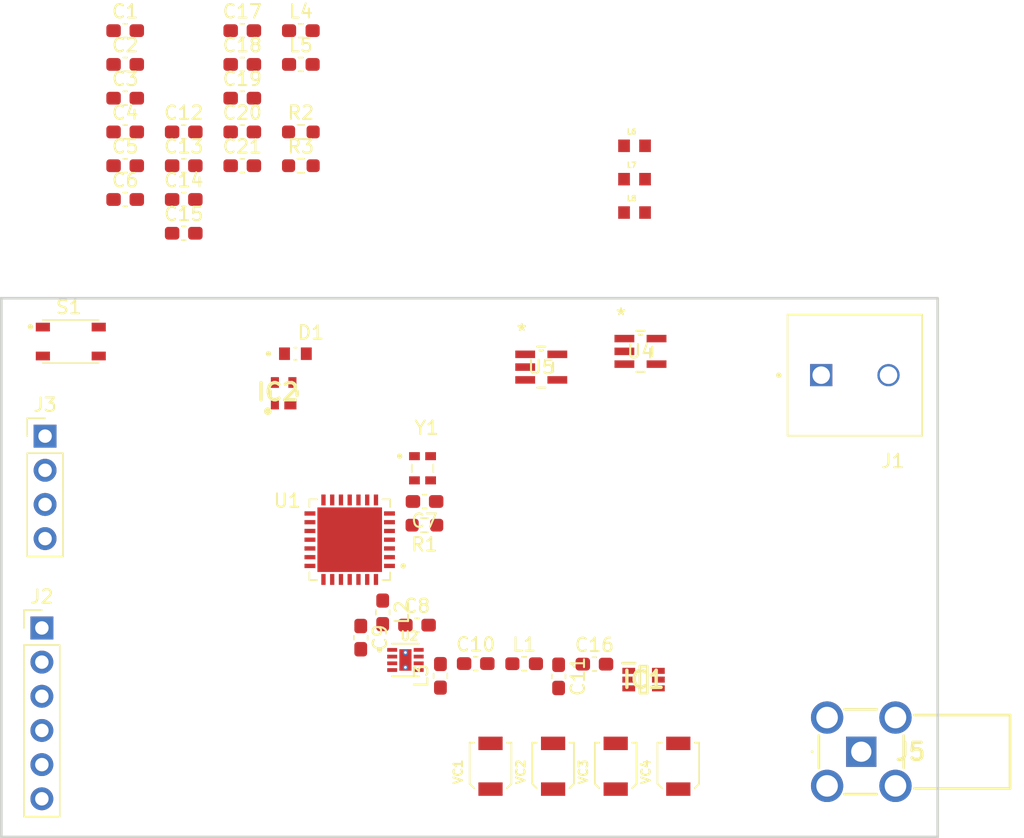
<source format=kicad_pcb>
(kicad_pcb (version 20221018) (generator pcbnew)
  (layers (0 "F.Cu" signal) (1 "In1.Cu" signal) (2 "In2.Cu" signal) (31 "B.Cu" signal) (36 "B.SilkS" user "B.Silkscreen") (37 "F.SilkS" user "F.Silkscreen") (38 "B.Mask" user) (39 "F.Mask" user) (44 "Edge.Cuts" user))
  (net 0 "")
  (net 1 "+3.3V")
  (net 2 "GND")
  (net 3 "Net-(U1-VR_PA)")
  (net 4 "Net-(U1-VR_DIG)")
  (net 5 "Net-(U1-VR_ANA)")
  (net 6 "Net-(Y1-OUTPUT)")
  (net 7 "Net-(C8-Pad1)")
  (net 8 "Net-(U2-IN)")
  (net 9 "Net-(U2-OUT)")
  (net 10 "Net-(C10-Pad2)")
  (net 11 "Power_Amp_Out")
  (net 12 "Filter_input")
  (net 13 "Net-(IC1-J1)")
  (net 14 "Net-(C15-Pad1)")
  (net 15 "Net-(IC2-OUT)")
  (net 16 "Net-(IC1-J3)")
  (net 17 "Net-(C17-Pad1)")
  (net 18 "Net-(IC2-IN)")
  (net 19 "LNA_OUTPUT")
  (net 20 "/DIO0")
  (net 21 "/DIO1")
  (net 22 "/DIO2")
  (net 23 "/DIO3")
  (net 24 "/DIO4")
  (net 25 "/DIO5")
  (net 26 "Net-(J3-Pin_1)")
  (net 27 "Net-(J3-Pin_2)")
  (net 28 "Net-(J3-Pin_3)")
  (net 29 "Net-(J3-Pin_4)")
  (net 30 "Power_Amp_In")
  (net 31 "LNA_INPUT")
  (net 32 "Net-(U1-XTA)")
  (net 33 "Net-(U1-~{RESET})")
  (net 34 "Net-(D1-PadC)")
  (net 37 "Antenna_State")
  (net 40 "Net-(IC1-V2)")
  (net 42 "Net-(IC1-V1)")
  (net 43 "Filter_output")
  (net 44 "Net-(L6-Pad2)")
  (net 45 "Net-(L7-Pad2)")
  (footprint "32 MHz Clock:XTAL_ASTX-13-D-32.000MHz-I05-T" (layer "F.Cu") (at 136.65 91.67)
    (fp_text reference "Y1" (at 0.305 -3.012) (layer "F.SilkS"))
    (fp_text value "ASTX-13-D-32.000MHz-I05-T")
    (fp_line (start -0.8 0.28) (end -0.8 -0.28) (stroke (width 0.127)) (layer "F.SilkS"))
    (fp_line (start 0.8 0.28) (end 0.8 -0.28) (stroke (width 0.127)) (layer "F.SilkS"))
    (fp_circle (center -1.7 -0.9) (end -1.6 -0.9) (stroke (width 0.2)) (fill none) (layer "F.SilkS"))
    (pad "1" smd rect (at -0.6 -0.9) (size 0.8 0.6) (layers "F.Cu" "F.Paste" "F.Mask") (net 2 "GND"))
    (pad "2" smd rect (at -0.6 0.9) (size 0.8 0.6) (layers "F.Cu" "F.Paste" "F.Mask") (net 2 "GND"))
    (pad "3" smd rect (at 0.6 0.9) (size 0.8 0.6) (layers "F.Cu" "F.Paste" "F.Mask") (net 6 "Net-(Y1-OUTPUT)"))
    (pad "4" smd rect (at 0.6 -0.9) (size 0.8 0.6) (layers "F.Cu" "F.Paste" "F.Mask") (net 1 "+3.3V"))
  )
  (footprint "varicaps:CAPV_JR100" (layer "F.Cu") (at 155.65 113.82 90)
    (fp_text reference "VC4" (at -0.418 -2.4064 90) (layer "F.SilkS") (effects (font (size 0.64 0.64))))
    (fp_text value "6.8 pF")
    (fp_line (start -1.632 -1.219) (end -1.3 -1.55) (stroke (width 0.127)) (layer "F.SilkS"))
    (fp_line (start -1.3 -1.55) (end 1.75 -1.55) (stroke (width 0.127)) (layer "F.SilkS"))
    (fp_line (start -1.3 1.55) (end -1.632 1.219) (stroke (width 0.127)) (layer "F.SilkS"))
    (fp_line (start 1.75 -1.22) (end 1.75 -1.55) (stroke (width 0.127)) (layer "F.SilkS"))
    (fp_line (start 1.75 1.55) (end -1.3 1.55) (stroke (width 0.127)) (layer "F.SilkS"))
    (fp_line (start 1.75 1.55) (end 1.75 1.22) (stroke (width 0.127)) (layer "F.SilkS"))
    (pad "1" smd rect (at -1.7 0 90) (size 1 1.8) (layers "F.Cu" "F.Paste" "F.Mask") (net 2 "GND"))
    (pad "2" smd rect (at 1.7 0 90) (size 1 1.8) (layers "F.Cu" "F.Paste" "F.Mask") (net 43 "Filter_output"))
  )
  (footprint "Resistor_SMD:R_0603_1608Metric_Pad0.98x0.95mm_HandSolder" (layer "F.Cu") (at 127.61 69.18)
    (fp_text reference "R3" (at 0 -1.43) (layer "F.SilkS"))
    (fp_text value "1k")
    (fp_line (start -0.254724 -0.5225) (end 0.254724 -0.5225) (stroke (width 0.12)) (layer "F.SilkS"))
    (fp_line (start -0.254724 0.5225) (end 0.254724 0.5225) (stroke (width 0.12)) (layer "F.SilkS"))
    (pad "1" smd roundrect (at -0.9125 0) (size 0.975 0.95) (layers "F.Cu" "F.Paste" "F.Mask") (net 2 "GND"))
    (pad "2" smd roundrect (at 0.9125 0) (size 0.975 0.95) (layers "F.Cu" "F.Paste" "F.Mask") (net 34 "Net-(D1-PadC)"))
  )
  (footprint "Inductor_SMD:L_0603_1608Metric_Pad1.05x0.95mm_HandSolder" (layer "F.Cu") (at 137.98 107.1 90)
    (fp_text reference "L3" (at 0 -1.43 90) (layer "F.SilkS"))
    (fp_text value "100 nH")
    (fp_line (start -0.171267 -0.51) (end 0.171267 -0.51) (stroke (width 0.12)) (layer "F.SilkS"))
    (fp_line (start -0.171267 0.51) (end 0.171267 0.51) (stroke (width 0.12)) (layer "F.SilkS"))
    (pad "1" smd roundrect (at -0.875 0 90) (size 1.05 0.95) (layers "F.Cu" "F.Paste" "F.Mask") (net 1 "+3.3V"))
    (pad "2" smd roundrect (at 0.875 0 90) (size 1.05 0.95) (layers "F.Cu" "F.Paste" "F.Mask") (net 9 "Net-(U2-OUT)"))
  )
  (footprint "Capacitor_SMD:C_0603_1608Metric_Pad1.08x0.95mm_HandSolder" (layer "F.Cu") (at 123.26 64.16)
    (fp_text reference "C19" (at 0 -1.43) (layer "F.SilkS"))
    (fp_text value "2 pF")
    (fp_line (start -0.146267 -0.51) (end 0.146267 -0.51) (stroke (width 0.12)) (layer "F.SilkS"))
    (fp_line (start -0.146267 0.51) (end 0.146267 0.51) (stroke (width 0.12)) (layer "F.SilkS"))
    (pad "1" smd roundrect (at -0.8625 0) (size 1.075 0.95) (layers "F.Cu" "F.Paste" "F.Mask") (net 14 "Net-(C15-Pad1)"))
    (pad "2" smd roundrect (at 0.8625 0) (size 1.075 0.95) (layers "F.Cu" "F.Paste" "F.Mask") (net 19 "LNA_OUTPUT"))
  )
  (footprint "skya21001:SOT65P220X110-6N" (layer "F.Cu") (at 153.07 107.38)
    (fp_text reference "IC1" (at 0 0) (layer "F.SilkS") (effects (font (size 1.27 1.27) (thickness 0.254))))
    (fp_text value "SKYA21001" hide)
    (fp_line (start -1.575 -1.225) (end -0.625 -1.225) (stroke (width 0.2)) (layer "F.SilkS"))
    (fp_line (start -0.275 -1) (end 0.275 -1) (stroke (width 0.2)) (layer "F.SilkS"))
    (fp_line (start -0.275 1) (end -0.275 -1) (stroke (width 0.2)) (layer "F.SilkS"))
    (fp_line (start 0.275 -1) (end 0.275 1) (stroke (width 0.2)) (layer "F.SilkS"))
    (fp_line (start 0.275 1) (end -0.275 1) (stroke (width 0.2)) (layer "F.SilkS"))
    (pad "1" smd rect (at -1.1 -0.65 90) (size 0.45 0.95) (layers "F.Cu" "F.Paste" "F.Mask") (net 16 "Net-(IC1-J3)"))
    (pad "2" smd rect (at -1.1 0 90) (size 0.45 0.95) (layers "F.Cu" "F.Paste" "F.Mask") (net 2 "GND"))
    (pad "3" smd rect (at -1.1 0.65 90) (size 0.45 0.95) (layers "F.Cu" "F.Paste" "F.Mask") (net 31 "LNA_INPUT"))
    (pad "4" smd rect (at 1.1 0.65 90) (size 0.45 0.95) (layers "F.Cu" "F.Paste" "F.Mask") (net 42 "Net-(IC1-V1)"))
    (pad "5" smd rect (at 1.1 0 90) (size 0.45 0.95) (layers "F.Cu" "F.Paste" "F.Mask") (net 13 "Net-(IC1-J1)"))
    (pad "6" smd rect (at 1.1 -0.65 90) (size 0.45 0.95) (layers "F.Cu" "F.Paste" "F.Mask") (net 40 "Net-(IC1-V2)"))
  )
  (footprint "0603 Footprint:RESC1608X55N" (layer "F.Cu") (at 152.4 70.18)
    (fp_text reference "L7" (at -0.21 -1.05) (layer "F.SilkS") (effects (font (size 0.393701 0.393701))))
    (fp_text value "22.7 nH")
    (pad "1" smd rect (at -0.78 0) (size 0.87 0.93) (layers "F.Cu" "F.Paste" "F.Mask") (net 44 "Net-(L6-Pad2)"))
    (pad "2" smd rect (at 0.78 0) (size 0.87 0.93) (layers "F.Cu" "F.Paste" "F.Mask") (net 45 "Net-(L7-Pad2)"))
  )
  (footprint "Capacitor_SMD:C_0603_1608Metric_Pad1.08x0.95mm_HandSolder" (layer "F.Cu") (at 123.26 61.65)
    (fp_text reference "C18" (at 0 -1.43) (layer "F.SilkS"))
    (fp_text value "100 pF")
    (fp_line (start -0.146267 -0.51) (end 0.146267 -0.51) (stroke (width 0.12)) (layer "F.SilkS"))
    (fp_line (start -0.146267 0.51) (end 0.146267 0.51) (stroke (width 0.12)) (layer "F.SilkS"))
    (pad "1" smd roundrect (at -0.8625 0) (size 1.075 0.95) (layers "F.Cu" "F.Paste" "F.Mask") (net 18 "Net-(IC2-IN)"))
    (pad "2" smd roundrect (at 0.8625 0) (size 1.075 0.95) (layers "F.Cu" "F.Paste" "F.Mask") (net 17 "Net-(C17-Pad1)"))
  )
  (footprint "Capacitor_SMD:C_0603_1608Metric_Pad1.08x0.95mm_HandSolder" (layer "F.Cu") (at 132.06 104.26 -90)
    (fp_text reference "C9" (at 0 -1.43 90) (layer "F.SilkS"))
    (fp_text value "1 nF")
    (fp_line (start -0.146267 -0.51) (end 0.146267 -0.51) (stroke (width 0.12)) (layer "F.SilkS"))
    (fp_line (start -0.146267 0.51) (end 0.146267 0.51) (stroke (width 0.12)) (layer "F.SilkS"))
    (pad "1" smd roundrect (at -0.8625 0 270) (size 1.075 0.95) (layers "F.Cu" "F.Paste" "F.Mask") (net 7 "Net-(C8-Pad1)"))
    (pad "2" smd roundrect (at 0.8625 0 270) (size 1.075 0.95) (layers "F.Cu" "F.Paste" "F.Mask") (net 8 "Net-(U2-IN)"))
  )
  (footprint "0603 Footprint:RESC1608X55N" (layer "F.Cu") (at 152.4 72.66)
    (fp_text reference "L8" (at -0.21 -1.05) (layer "F.SilkS") (effects (font (size 0.393701 0.393701))))
    (fp_text value "20.5 nH")
    (pad "1" smd rect (at -0.78 0) (size 0.87 0.93) (layers "F.Cu" "F.Paste" "F.Mask") (net 45 "Net-(L7-Pad2)"))
    (pad "2" smd rect (at 0.78 0) (size 0.87 0.93) (layers "F.Cu" "F.Paste" "F.Mask") (net 43 "Filter_output"))
  )
  (footprint "Capacitor_SMD:C_0603_1608Metric_Pad1.08x0.95mm_HandSolder" (layer "F.Cu") (at 114.56 64.16)
    (fp_text reference "C3" (at 0 -1.43) (layer "F.SilkS"))
    (fp_text value "4.7 uF")
    (fp_line (start -0.146267 -0.51) (end 0.146267 -0.51) (stroke (width 0.12)) (layer "F.SilkS"))
    (fp_line (start -0.146267 0.51) (end 0.146267 0.51) (stroke (width 0.12)) (layer "F.SilkS"))
    (pad "1" smd roundrect (at -0.8625 0) (size 1.075 0.95) (layers "F.Cu" "F.Paste" "F.Mask") (net 1 "+3.3V"))
    (pad "2" smd roundrect (at 0.8625 0) (size 1.075 0.95) (layers "F.Cu" "F.Paste" "F.Mask") (net 2 "GND"))
  )
  (footprint "TI Power AMp:SON50P200X200X80-9N" (layer "F.Cu") (at 135.38 105.92)
    (fp_text reference "U2" (at 0.292 -1.7934) (layer "F.SilkS") (effects (font (size 0.64 0.64))))
    (fp_text value "TRF37D73IDSGT")
    (fp_line (start -1 -1.21) (end 1 -1.21) (stroke (width 0.127)) (layer "F.SilkS"))
    (fp_line (start -1 1.21) (end 1 1.21) (stroke (width 0.127)) (layer "F.SilkS"))
    (fp_circle (center -1.925 -0.75) (end -1.825 -0.75) (stroke (width 0.2)) (fill none) (layer "F.SilkS"))
    (pad "1" smd roundrect (at -0.985 -0.75) (size 0.74 0.28) (layers "F.Cu" "F.Paste" "F.Mask") (roundrect_rratio 0.04) (net 1 "+3.3V"))
    (pad "2" smd roundrect (at -0.985 -0.25) (size 0.74 0.28) (layers "F.Cu" "F.Paste" "F.Mask") (roundrect_rratio 0.04) (net 8 "Net-(U2-IN)"))
    (pad "3" smd roundrect (at -0.985 0.25) (size 0.74 0.28) (layers "F.Cu" "F.Paste" "F.Mask") (roundrect_rratio 0.04) (net 2 "GND"))
    (pad "4" smd roundrect (at -0.985 0.75) (size 0.74 0.28) (layers "F.Cu" "F.Paste" "F.Mask") (roundrect_rratio 0.04) (net 2 "GND"))
    (pad "5" smd roundrect (at 0.985 0.75) (size 0.74 0.28) (layers "F.Cu" "F.Paste" "F.Mask") (roundrect_rratio 0.04))
    (pad "6" smd roundrect (at 0.985 0.25) (size 0.74 0.28) (layers "F.Cu" "F.Paste" "F.Mask") (roundrect_rratio 0.04) (net 2 "GND"))
    (pad "7" smd roundrect (at 0.985 -0.25) (size 0.74 0.28) (layers "F.Cu" "F.Paste" "F.Mask") (roundrect_rratio 0.04) (net 9 "Net-(U2-OUT)"))
    (pad "8" smd roundrect (at 0.985 -0.75) (size 0.74 0.28) (layers "F.Cu" "F.Paste" "F.Mask") (roundrect_rratio 0.04) (net 2 "GND"))
    (pad "9" smd rect (at 0 0) (size 0.9 1.6) (layers "F.Cu" "F.Mask"))
    (pad "9_1" thru_hole circle (at 0 -0.55) (size 0.4 0.4) (drill 0.2) (layers "*.Cu"))
    (pad "9_2" thru_hole circle (at 0 0.55) (size 0.4 0.4) (drill 0.2) (layers "*.Cu"))
  )
  (footprint "Inverter:DBV5" (layer "F.Cu") (at 145.47 84.15)
    (fp_text reference "U5" (at 0 0 unlocked) (layer "F.SilkS"))
    (fp_text value "SN74AHC1G14DBVR")
    (fp_text user "*" (at -1.4478 -2.6518) (layer "F.SilkS"))
    (fp_text user "*" (at -1.4478 -2.6518 unlocked) (layer "F.SilkS"))
    (fp_line (start -0.302516 1.524) (end 0.302516 1.524) (stroke (width 0.1524)) (layer "F.SilkS"))
    (fp_line (start 0.302516 -1.524) (end -0.302516 -1.524) (stroke (width 0.1524)) (layer "F.SilkS"))
    (fp_line (start 0.8763 0.337861) (end 0.8763 -0.337861) (stroke (width 0.1524)) (layer "F.SilkS"))
    (fp_arc (start 0.124872 -1.245953) (mid 0 -1.2192) (end -0.124872 -1.245953) (stroke (width 0.1524)) (layer "F.SilkS"))
    (pad "1" smd rect (at -1.1938 -0.950001) (size 1.4732 0.5588) (layers "F.Cu" "F.Paste" "F.Mask"))
    (pad "2" smd rect (at -1.1938 0) (size 1.4732 0.5588) (layers "F.Cu" "F.Paste" "F.Mask") (net 40 "Net-(IC1-V2)"))
    (pad "3" smd rect (at -1.1938 0.950001) (size 1.4732 0.5588) (layers "F.Cu" "F.Paste" "F.Mask") (net 2 "GND"))
    (pad "4" smd rect (at 1.1938 0.950001) (size 1.4732 0.5588) (layers "F.Cu" "F.Paste" "F.Mask") (net 42 "Net-(IC1-V1)"))
    (pad "5" smd rect (at 1.1938 -0.950001) (size 1.4732 0.5588) (layers "F.Cu" "F.Paste" "F.Mask") (net 1 "+3.3V"))
  )
  (footprint "Capacitor_SMD:C_0603_1608Metric_Pad1.08x0.95mm_HandSolder" (layer "F.Cu") (at 114.56 61.65)
    (fp_text reference "C2" (at 0 -1.43) (layer "F.SilkS"))
    (fp_text value "100 nF")
    (fp_line (start -0.146267 -0.51) (end 0.146267 -0.51) (stroke (width 0.12)) (layer "F.SilkS"))
    (fp_line (start -0.146267 0.51) (end 0.146267 0.51) (stroke (width 0.12)) (layer "F.SilkS"))
    (pad "1" smd roundrect (at -0.8625 0) (size 1.075 0.95) (layers "F.Cu" "F.Paste" "F.Mask") (net 1 "+3.3V"))
    (pad "2" smd roundrect (at 0.8625 0) (size 1.075 0.95) (layers "F.Cu" "F.Paste" "F.Mask") (net 2 "GND"))
  )
  (footprint "Capacitor_SMD:C_0603_1608Metric_Pad1.08x0.95mm_HandSolder" (layer "F.Cu") (at 136.8 94.14 180)
    (fp_text reference "C7" (at 0 -1.43) (layer "F.SilkS"))
    (fp_text value "10 pF")
    (fp_line (start -0.146267 -0.51) (end 0.146267 -0.51) (stroke (width 0.12)) (layer "F.SilkS"))
    (fp_line (start -0.146267 0.51) (end 0.146267 0.51) (stroke (width 0.12)) (layer "F.SilkS"))
    (pad "1" smd roundrect (at -0.8625 0 180) (size 1.075 0.95) (layers "F.Cu" "F.Paste" "F.Mask") (net 6 "Net-(Y1-OUTPUT)"))
    (pad "2" smd roundrect (at 0.8625 0 180) (size 1.075 0.95) (layers "F.Cu" "F.Paste" "F.Mask") (net 2 "GND"))
  )
  (footprint "Inductor_SMD:L_0603_1608Metric_Pad1.05x0.95mm_HandSolder" (layer "F.Cu") (at 127.61 61.65)
    (fp_text reference "L5" (at 0 -1.43) (layer "F.SilkS"))
    (fp_text value "25 nH")
    (fp_line (start -0.171267 -0.51) (end 0.171267 -0.51) (stroke (width 0.12)) (layer "F.SilkS"))
    (fp_line (start -0.171267 0.51) (end 0.171267 0.51) (stroke (width 0.12)) (layer "F.SilkS"))
    (pad "1" smd roundrect (at -0.875 0) (size 1.05 0.95) (layers "F.Cu" "F.Paste" "F.Mask") (net 2 "GND"))
    (pad "2" smd roundrect (at 0.875 0) (size 1.05 0.95) (layers "F.Cu" "F.Paste" "F.Mask") (net 14 "Net-(C15-Pad1)"))
  )
  (footprint "Connector_PinHeader_2.54mm:PinHeader_1x06_P2.54mm_Vertical" (layer "F.Cu") (at 108.37 103.54)
    (fp_text reference "J2" (at 0 -2.33) (layer "F.SilkS"))
    (fp_text value "Conn_01x06_Pin")
    (fp_line (start -1.33 -1.33) (end 0 -1.33) (stroke (width 0.12)) (layer "F.SilkS"))
    (fp_line (start -1.33 0) (end -1.33 -1.33) (stroke (width 0.12)) (layer "F.SilkS"))
    (fp_line (start -1.33 1.27) (end -1.33 14.03) (stroke (width 0.12)) (layer "F.SilkS"))
    (fp_line (start -1.33 1.27) (end 1.33 1.27) (stroke (width 0.12)) (layer "F.SilkS"))
    (fp_line (start -1.33 14.03) (end 1.33 14.03) (stroke (width 0.12)) (layer "F.SilkS"))
    (fp_line (start 1.33 1.27) (end 1.33 14.03) (stroke (width 0.12)) (layer "F.SilkS"))
    (pad "1" thru_hole rect (at 0 0) (size 1.7 1.7) (drill 1) (layers "*.Cu" "*.Mask") (net 20 "/DIO0"))
    (pad "2" thru_hole oval (at 0 2.54) (size 1.7 1.7) (drill 1) (layers "*.Cu" "*.Mask") (net 21 "/DIO1"))
    (pad "3" thru_hole oval (at 0 5.08) (size 1.7 1.7) (drill 1) (layers "*.Cu" "*.Mask") (net 22 "/DIO2"))
    (pad "4" thru_hole oval (at 0 7.62) (size 1.7 1.7) (drill 1) (layers "*.Cu" "*.Mask") (net 23 "/DIO3"))
    (pad "5" thru_hole oval (at 0 10.16) (size 1.7 1.7) (drill 1) (layers "*.Cu" "*.Mask") (net 24 "/DIO4"))
    (pad "6" thru_hole oval (at 0 12.7) (size 1.7 1.7) (drill 1) (layers "*.Cu" "*.Mask") (net 25 "/DIO5"))
  )
  (footprint "Tactile Switch:PTS810SJG250SMTRLFS" (layer "F.Cu") (at 110.52 82.25)
    (fp_text reference "S1" (at -0.15 -2.56) (layer "F.SilkS"))
    (fp_text value "PTS810SJK250SMTRLFS")
    (fp_line (start -2.1 -1.6) (end 2.075 -1.6) (stroke (width 0.1)) (layer "F.SilkS"))
    (fp_line (start -2.1 1.6) (end 2.075 1.6) (stroke (width 0.1)) (layer "F.SilkS"))
    (fp_arc (start -3 -1.2) (mid -2.9 -1.1) (end -3 -1) (stroke (width 0.2)) (layer "F.SilkS"))
    (fp_arc (start -3 -1) (mid -3.1 -1.1) (end -3 -1.2) (stroke (width 0.2)) (layer "F.SilkS"))
    (pad "1" smd rect (at -2.075 -1.075) (size 1.05 0.65) (layers "F.Cu" "F.Paste" "F.Mask") (net 33 "Net-(U1-~{RESET})"))
    (pad "2" smd rect (at 2.075 -1.075) (size 1.05 0.65) (layers "F.Cu" "F.Paste" "F.Mask") (net 33 "Net-(U1-~{RESET})"))
    (pad "3" smd rect (at -2.075 1.075) (size 1.05 0.65) (layers "F.Cu" "F.Paste" "F.Mask") (net 2 "GND"))
    (pad "4" smd rect (at 2.075 1.075) (size 1.05 0.65) (layers "F.Cu" "F.Paste" "F.Mask") (net 2 "GND"))
  )
  (footprint "Resistor_SMD:R_0603_1608Metric_Pad0.98x0.95mm_HandSolder" (layer "F.Cu") (at 136.79 95.9 180)
    (fp_text reference "R1" (at 0 -1.43) (layer "F.SilkS"))
    (fp_text value "9.9k")
    (fp_line (start -0.254724 -0.5225) (end 0.254724 -0.5225) (stroke (width 0.12)) (layer "F.SilkS"))
    (fp_line (start -0.254724 0.5225) (end 0.254724 0.5225) (stroke (width 0.12)) (layer "F.SilkS"))
    (pad "1" smd roundrect (at -0.9125 0 180) (size 0.975 0.95) (layers "F.Cu" "F.Paste" "F.Mask") (net 6 "Net-(Y1-OUTPUT)"))
    (pad "2" smd roundrect (at 0.9125 0 180) (size 0.975 0.95) (layers "F.Cu" "F.Paste" "F.Mask") (net 32 "Net-(U1-XTA)"))
  )
  (footprint "Capacitor_SMD:C_0603_1608Metric_Pad1.08x0.95mm_HandSolder" (layer "F.Cu") (at 114.56 69.18)
    (fp_text reference "C5" (at 0 -1.43) (layer "F.SilkS"))
    (fp_text value "100 nF")
    (fp_line (start -0.146267 -0.51) (end 0.146267 -0.51) (stroke (width 0.12)) (layer "F.SilkS"))
    (fp_line (start -0.146267 0.51) (end 0.146267 0.51) (stroke (width 0.12)) (layer "F.SilkS"))
    (pad "1" smd roundrect (at -0.8625 0) (size 1.075 0.95) (layers "F.Cu" "F.Paste" "F.Mask") (net 4 "Net-(U1-VR_DIG)"))
    (pad "2" smd roundrect (at 0.8625 0) (size 1.075 0.95) (layers "F.Cu" "F.Paste" "F.Mask") (net 2 "GND"))
  )
  (footprint "terminal block:PHOENIX_1935776" (layer "F.Cu") (at 168.7675 84.75 180)
    (fp_text reference "J1" (at -2.825 -6.385) (layer "F.SilkS"))
    (fp_text value "1935776")
    (fp_line (start -5 4.5) (end -5 -4.5) (stroke (width 0.127)) (layer "F.SilkS"))
    (fp_line (start 5 -4.5) (end -5 -4.5) (stroke (width 0.127)) (layer "F.SilkS"))
    (fp_line (start 5 -4.5) (end 5 4.5) (stroke (width 0.127)) (layer "F.SilkS"))
    (fp_line (start 5 4.5) (end -5 4.5) (stroke (width 0.127)) (layer "F.SilkS"))
    (fp_circle (center 5.65 0) (end 5.75 0) (stroke (width 0.2)) (fill none) (layer "F.SilkS"))
    (pad "01" thru_hole rect (at 2.5 0 180) (size 1.65 1.65) (drill 1.3) (layers "*.Cu" "*.Mask") (net 1 "+3.3V"))
    (pad "02" thru_hole circle (at -2.5 0 180) (size 1.65 1.65) (drill 1.3) (layers "*.Cu" "*.Mask") (net 2 "GND"))
  )
  (footprint "Capacitor_SMD:C_0603_1608Metric_Pad1.08x0.95mm_HandSolder" (layer "F.Cu") (at 118.91 71.69)
    (fp_text reference "C14" (at 0 -1.43) (layer "F.SilkS"))
    (fp_text value "100 pF")
    (fp_line (start -0.146267 -0.51) (end 0.146267 -0.51) (stroke (width 0.12)) (layer "F.SilkS"))
    (fp_line (start -0.146267 0.51) (end 0.146267 0.51) (stroke (width 0.12)) (layer "F.SilkS"))
    (pad "1" smd roundrect (at -0.8625 0) (size 1.075 0.95) (layers "F.Cu" "F.Paste" "F.Mask") (net 12 "Filter_input"))
    (pad "2" smd roundrect (at 0.8625 0) (size 1.075 0.95) (layers "F.Cu" "F.Paste" "F.Mask") (net 13 "Net-(IC1-J1)"))
  )
  (footprint "Capacitor_SMD:C_0603_1608Metric_Pad1.08x0.95mm_HandSolder" (layer "F.Cu") (at 123.26 69.18)
    (fp_text reference "C21" (at 0 -1.43) (layer "F.SilkS"))
    (fp_text value "100 pF")
    (fp_line (start -0.146267 -0.51) (end 0.146267 -0.51) (stroke (width 0.12)) (layer "F.SilkS"))
    (fp_line (start -0.146267 0.51) (end 0.146267 0.51) (stroke (width 0.12)) (layer "F.SilkS"))
    (pad "1" smd roundrect (at -0.8625 0) (size 1.075 0.95) (layers "F.Cu" "F.Paste" "F.Mask") (net 1 "+3.3V"))
    (pad "2" smd roundrect (at 0.8625 0) (size 1.075 0.95) (layers "F.Cu" "F.Paste" "F.Mask") (net 2 "GND"))
  )
  (footprint "0603 LED:LEDC1608X35N" (layer "F.Cu") (at 127.205 83.155)
    (fp_text reference "D1" (at 1.14732 -1.573661) (layer "F.SilkS") (effects (font (size 1.002882 1.002882))))
    (fp_text value "LTST-C190KRKT")
    (fp_line (start -0.085 -0.45) (end 0.085 -0.45) (stroke (width 0.127)) (layer "F.SilkS"))
    (fp_line (start 0.085 0.45) (end -0.085 0.45) (stroke (width 0.127)) (layer "F.SilkS"))
    (fp_circle (center -2 0) (end -1.9 0) (stroke (width 0.2)) (fill none) (layer "F.SilkS"))
    (pad "A" smd rect (at 0.81 0) (size 0.81 0.93) (layers "F.Cu" "F.Paste" "F.Mask") (net 1 "+3.3V"))
    (pad "C" smd rect (at -0.81 0) (size 0.81 0.93) (layers "F.Cu" "F.Paste" "F.Mask") (net 34 "Net-(D1-PadC)"))
  )
  (footprint "Capacitor_SMD:C_0603_1608Metric_Pad1.08x0.95mm_HandSolder" (layer "F.Cu") (at 149.42 106.23)
    (fp_text reference "C16" (at 0 -1.43) (layer "F.SilkS"))
    (fp_text value "100 pF")
    (fp_line (start -0.146267 -0.51) (end 0.146267 -0.51) (stroke (width 0.12)) (layer "F.SilkS"))
    (fp_line (start -0.146267 0.51) (end 0.146267 0.51) (stroke (width 0.12)) (layer "F.SilkS"))
    (pad "1" smd roundrect (at -0.8625 0) (size 1.075 0.95) (layers "F.Cu" "F.Paste" "F.Mask") (net 11 "Power_Amp_Out"))
    (pad "2" smd roundrect (at 0.8625 0) (size 1.075 0.95) (layers "F.Cu" "F.Paste" "F.Mask") (net 16 "Net-(IC1-J3)"))
  )
  (footprint "varicaps:CAPV_JR100" (layer "F.Cu") (at 141.7 113.82 90)
    (fp_text reference "VC1" (at -0.418 -2.4064 90) (layer "F.SilkS") (effects (font (size 0.64 0.64))))
    (fp_text value "6.8 pF")
    (fp_line (start -1.632 -1.219) (end -1.3 -1.55) (stroke (width 0.127)) (layer "F.SilkS"))
    (fp_line (start -1.3 -1.55) (end 1.75 -1.55) (stroke (width 0.127)) (layer "F.SilkS"))
    (fp_line (start -1.3 1.55) (end -1.632 1.219) (stroke (width 0.127)) (layer "F.SilkS"))
    (fp_line (start 1.75 -1.22) (end 1.75 -1.55) (stroke (width 0.127)) (layer "F.SilkS"))
    (fp_line (start 1.75 1.55) (end -1.3 1.55) (stroke (width 0.127)) (layer "F.SilkS"))
    (fp_line (start 1.75 1.55) (end 1.75 1.22) (stroke (width 0.127)) (layer "F.SilkS"))
    (pad "1" smd rect (at -1.7 0 90) (size 1 1.8) (layers "F.Cu" "F.Paste" "F.Mask") (net 2 "GND"))
    (pad "2" smd rect (at 1.7 0 90) (size 1 1.8) (layers "F.Cu" "F.Paste" "F.Mask") (net 12 "Filter_input"))
  )
  (footprint "varicaps:CAPV_JR100" (layer "F.Cu") (at 151 113.82 90)
    (fp_text reference "VC3" (at -0.418 -2.4064 90) (layer "F.SilkS") (effects (font (size 0.64 0.64))))
    (fp_text value "12.1 pF")
    (fp_line (start -1.632 -1.219) (end -1.3 -1.55) (stroke (width 0.127)) (layer "F.SilkS"))
    (fp_line (start -1.3 -1.55) (end 1.75 -1.55) (stroke (width 0.127)) (layer "F.SilkS"))
    (fp_line (start -1.3 1.55) (end -1.632 1.219) (stroke (width 0.127)) (layer "F.SilkS"))
    (fp_line (start 1.75 -1.22) (end 1.75 -1.55) (stroke (width 0.127)) (layer "F.SilkS"))
    (fp_line (start 1.75 1.55) (end -1.3 1.55) (stroke (width 0.127)) (layer "F.SilkS"))
    (fp_line (start 1.75 1.55) (end 1.75 1.22) (stroke (width 0.127)) (layer "F.SilkS"))
    (pad "1" smd rect (at -1.7 0 90) (size 1 1.8) (layers "F.Cu" "F.Paste" "F.Mask") (net 2 "GND"))
    (pad "2" smd rect (at 1.7 0 90) (size 1 1.8) (layers "F.Cu" "F.Paste" "F.Mask") (net 45 "Net-(L7-Pad2)"))
  )
  (footprint "Capacitor_SMD:C_0603_1608Metric_Pad1.08x0.95mm_HandSolder" (layer "F.Cu") (at 114.56 66.67)
    (fp_text reference "C4" (at 0 -1.43) (layer "F.SilkS"))
    (fp_text value "100 nF")
    (fp_line (start -0.146267 -0.51) (end 0.146267 -0.51) (stroke (width 0.12)) (layer "F.SilkS"))
    (fp_line (start -0.146267 0.51) (end 0.146267 0.51) (stroke (width 0.12)) (layer "F.SilkS"))
    (pad "1" smd roundrect (at -0.8625 0) (size 1.075 0.95) (layers "F.Cu" "F.Paste" "F.Mask") (net 3 "Net-(U1-VR_PA)"))
    (pad "2" smd roundrect (at 0.8625 0) (size 1.075 0.95) (layers "F.Cu" "F.Paste" "F.Mask") (net 2 "GND"))
  )
  (footprint "Resistor_SMD:R_0603_1608Metric_Pad0.98x0.95mm_HandSolder" (layer "F.Cu") (at 127.61 66.67)
    (fp_text reference "R2" (at 0 -1.43) (layer "F.SilkS"))
    (fp_text value "4.7k")
    (fp_line (start -0.254724 -0.5225) (end 0.254724 -0.5225) (stroke (width 0.12)) (layer "F.SilkS"))
    (fp_line (start -0.254724 0.5225) (end 0.254724 0.5225) (stroke (width 0.12)) (layer "F.SilkS"))
    (pad "1" smd roundrect (at -0.9125 0) (size 0.975 0.95) (layers "F.Cu" "F.Paste" "F.Mask") (net 1 "+3.3V"))
    (pad "2" smd roundrect (at 0.9125 0) (size 0.975 0.95) (layers "F.Cu" "F.Paste" "F.Mask") (net 33 "Net-(U1-~{RESET})"))
  )
  (footprint "varicaps:CAPV_JR100" (layer "F.Cu") (at 146.35 113.82 90)
    (fp_text reference "VC2" (at -0.418 -2.4064 90) (layer "F.SilkS") (effects (font (size 0.64 0.64))))
    (fp_text value "12.1 pF")
    (fp_line (start -1.632 -1.219) (end -1.3 -1.55) (stroke (width 0.127)) (layer "F.SilkS"))
    (fp_line (start -1.3 -1.55) (end 1.75 -1.55) (stroke (width 0.127)) (layer "F.SilkS"))
    (fp_line (start -1.3 1.55) (end -1.632 1.219) (stroke (width 0.127)) (layer "F.SilkS"))
    (fp_line (start 1.75 -1.22) (end 1.75 -1.55) (stroke (width 0.127)) (layer "F.SilkS"))
    (fp_line (start 1.75 1.55) (end -1.3 1.55) (stroke (width 0.127)) (layer "F.SilkS"))
    (fp_line (start 1.75 1.55) (end 1.75 1.22) (stroke (width 0.127)) (layer "F.SilkS"))
    (pad "1" smd rect (at -1.7 0 90) (size 1 1.8) (layers "F.Cu" "F.Paste" "F.Mask") (net 2 "GND"))
    (pad "2" smd rect (at 1.7 0 90) (size 1 1.8) (layers "F.Cu" "F.Paste" "F.Mask") (net 44 "Net-(L6-Pad2)"))
  )
  (footprint "bga420:SOT343" (layer "F.Cu") (at 126.33208 86.095)
    (fp_text reference "IC2" (at -0.442 -0.094) (layer "F.SilkS") (effects (font (size 1.27 1.27) (thickness 0.254))))
    (fp_text value "BGA420H6327XTSA1" hide)
    (fp_line (start -1 -0.15) (end -1 0.15) (stroke (width 0.254)) (layer "F.SilkS"))
    (fp_line (start 1 -0.15) (end 1 0.15) (stroke (width 0.254)) (layer "F.SilkS"))
    (fp_circle (center -1.17 1.333) (end -1.17 1.36308) (stroke (width 0.254)) (fill none) (layer "F.SilkS"))
    (pad "1" smd rect (at -0.65 0.8) (size 0.6 0.8) (layers "F.Cu" "F.Paste" "F.Mask") (net 18 "Net-(IC2-IN)"))
    (pad "2" smd rect (at 0.5 0.8 90) (size 0.8 0.9) (layers "F.Cu" "F.Paste" "F.Mask") (net 2 "GND"))
    (pad "3" smd rect (at 0.65 -0.8) (size 0.6 0.8) (layers "F.Cu" "F.Paste" "F.Mask") (net 15 "Net-(IC2-OUT)"))
    (pad "4" smd rect (at -0.65 -0.8) (size 0.6 0.8) (layers "F.Cu" "F.Paste" "F.Mask") (net 1 "+3.3V"))
  )
  (footprint "Capacitor_SMD:C_0603_1608Metric_Pad1.08x0.95mm_HandSolder" (layer "F.Cu") (at 136.24 103.33)
    (fp_text reference "C8" (at 0 -1.43) (layer "F.SilkS"))
    (fp_text value "860 fF")
    (fp_line (start -0.146267 -0.51) (end 0.146267 -0.51) (stroke (width 0.12)) (layer "F.SilkS"))
    (fp_line (start -0.146267 0.51) (end 0.146267 0.51) (stroke (width 0.12)) (layer "F.SilkS"))
    (pad "1" smd roundrect (at -0.8625 0) (size 1.075 0.95) (layers "F.Cu" "F.Paste" "F.Mask") (net 7 "Net-(C8-Pad1)"))
    (pad "2" smd roundrect (at 0.8625 0) (size 1.075 0.95) (layers "F.Cu" "F.Paste" "F.Mask") (net 2 "GND"))
  )
  (footprint "Capacitor_SMD:C_0603_1608Metric_Pad1.08x0.95mm_HandSolder" (layer "F.Cu") (at 123.26 59.14)
    (fp_text reference "C17" (at 0 -1.43) (layer "F.SilkS"))
    (fp_text value "2 pF")
    (fp_line (start -0.146267 -0.51) (end 0.146267 -0.51) (stroke (width 0.12)) (layer "F.SilkS"))
    (fp_line (start -0.146267 0.51) (end 0.146267 0.51) (stroke (width 0.12)) (layer "F.SilkS"))
    (pad "1" smd roundrect (at -0.8625 0) (size 1.075 0.95) (layers "F.Cu" "F.Paste" "F.Mask") (net 17 "Net-(C17-Pad1)"))
    (pad "2" smd roundrect (at 0.8625 0) (size 1.075 0.95) (layers "F.Cu" "F.Paste" "F.Mask") (net 2 "GND"))
  )
  (footprint "Connector_PinHeader_2.54mm:PinHeader_1x04_P2.54mm_Vertical" (layer "F.Cu") (at 108.61 89.28)
    (fp_text reference "J3" (at 0 -2.33) (layer "F.SilkS"))
    (fp_text value "Conn_01x04_Pin")
    (fp_line (start -1.33 -1.33) (end 0 -1.33) (stroke (width 0.12)) (layer "F.SilkS"))
    (fp_line (start -1.33 0) (end -1.33 -1.33) (stroke (width 0.12)) (layer "F.SilkS"))
    (fp_line (start -1.33 1.27) (end -1.33 8.95) (stroke (width 0.12)) (layer "F.SilkS"))
    (fp_line (start -1.33 1.27) (end 1.33 1.27) (stroke (width 0.12)) (layer "F.SilkS"))
    (fp_line (start -1.33 8.95) (end 1.33 8.95) (stroke (width 0.12)) (layer "F.SilkS"))
    (fp_line (start 1.33 1.27) (end 1.33 8.95) (stroke (width 0.12)) (layer "F.SilkS"))
    (pad "1" thru_hole rect (at 0 0) (size 1.7 1.7) (drill 1) (layers "*.Cu" "*.Mask") (net 26 "Net-(J3-Pin_1)"))
    (pad "2" thru_hole oval (at 0 2.54) (size 1.7 1.7) (drill 1) (layers "*.Cu" "*.Mask") (net 27 "Net-(J3-Pin_2)"))
    (pad "3" thru_hole oval (at 0 5.08) (size 1.7 1.7) (drill 1) (layers "*.Cu" "*.Mask") (net 28 "Net-(J3-Pin_3)"))
    (pad "4" thru_hole oval (at 0 7.62) (size 1.7 1.7) (drill 1) (layers "*.Cu" "*.Mask") (net 29 "Net-(J3-Pin_4)"))
  )
  (footprint "Inverter:DBV5" (layer "F.Cu") (at 152.84 82.98)
    (fp_text reference "U4" (at 0 0 unlocked) (layer "F.SilkS"))
    (fp_text value "SN74AHC1G14DBVR")
    (fp_text user "*" (at -1.4478 -2.6518 unlocked) (layer "F.SilkS"))
    (fp_text user "*" (at -1.4478 -2.6518) (layer "F.SilkS"))
    (fp_line (start -0.302516 1.524) (end 0.302516 1.524) (stroke (width 0.1524)) (layer "F.SilkS"))
    (fp_line (start 0.302516 -1.524) (end -0.302516 -1.524) (stroke (width 0.1524)) (layer "F.SilkS"))
    (fp_line (start 0.8763 0.337861) (end 0.8763 -0.337861) (stroke (width 0.1524)) (layer "F.SilkS"))
    (fp_arc (start 0.124872 -1.245953) (mid 0 -1.2192) (end -0.124872 -1.245953) (stroke (width 0.1524)) (layer "F.SilkS"))
    (pad "1" smd rect (at -1.1938 -0.950001) (size 1.4732 0.5588) (layers "F.Cu" "F.Paste" "F.Mask"))
    (pad "2" smd rect (at -1.1938 0) (size 1.4732 0.5588) (layers "F.Cu" "F.Paste" "F.Mask") (net 37 "Antenna_State"))
    (pad "3" smd rect (at -1.1938 0.950001) (size 1.4732 0.5588) (layers "F.Cu" "F.Paste" "F.Mask") (net 2 "GND"))
    (pad "4" smd rect (at 1.1938 0.950001) (size 1.4732 0.5588) (layers "F.Cu" "F.Paste" "F.Mask") (net 40 "Net-(IC1-V2)"))
    (pad "5" smd rect (at 1.1938 -0.950001) (size 1.4732 0.5588) (layers "F.Cu" "F.Paste" "F.Mask") (net 1 "+3.3V"))
  )
  (footprint "Capacitor_SMD:C_0603_1608Metric_Pad1.08x0.95mm_HandSolder" (layer "F.Cu") (at 146.76 107.14 -90)
    (fp_text reference "C11" (at 0 -1.43 90) (layer "F.SilkS"))
    (fp_text value "4.635 pF")
    (fp_line (start -0.146267 -0.51) (end 0.146267 -0.51) (stroke (width 0.12)) (layer "F.SilkS"))
    (fp_line (start -0.146267 0.51) (end 0.146267 0.51) (stroke (width 0.12)) (layer "F.SilkS"))
    (pad "1" smd roundrect (at -0.8625 0 270) (size 1.075 0.95) (layers "F.Cu" "F.Paste" "F.Mask") (net 11 "Power_Amp_Out"))
    (pad "2" smd roundrect (at 0.8625 0 270) (size 1.075 0.95) (layers "F.Cu" "F.Paste" "F.Mask") (net 2 "GND"))
  )
  (footprint "SX1278:QFN65P600X600X100-29N" (layer "F.Cu") (at 131.24 96.98 180)
    (fp_text reference "U1" (at 4.64 2.9) (layer "F.SilkS"))
    (fp_text value "SX1278")
    (fp_line (start -3 -3) (end -3 -2.43) (stroke (width 0.127)) (layer "F.SilkS"))
    (fp_line (start -3 -3) (end -2.43 -3) (stroke (width 0.127)) (layer "F.SilkS"))
    (fp_line (start -3 3) (end -3 2.43) (stroke (width 0.127)) (layer "F.SilkS"))
    (fp_line (start -3 3) (end -2.43 3) (stroke (width 0.127)) (layer "F.SilkS"))
    (fp_line (start 3 -3) (end 2.43 -3) (stroke (width 0.127)) (layer "F.SilkS"))
    (fp_line (start 3 -3) (end 3 -2.43) (stroke (width 0.127)) (layer "F.SilkS"))
    (fp_line (start 3 3) (end 2.43 3) (stroke (width 0.127)) (layer "F.SilkS"))
    (fp_line (start 3 3) (end 3 2.43) (stroke (width 0.127)) (layer "F.SilkS"))
    (fp_circle (center -3.975 -1.95) (end -3.875 -1.95) (stroke (width 0.2)) (fill none) (layer "F.SilkS"))
    (pad "0" smd rect (at 0 0 180) (size 4.8 4.8) (layers "F.Cu" "F.Mask"))
    (pad "1" smd roundrect (at -2.955 -1.95 180) (size 0.81 0.32) (layers "F.Cu" "F.Paste" "F.Mask") (roundrect_rratio 0.04) (net 19 "LNA_OUTPUT"))
    (pad "2" smd roundrect (at -2.955 -1.3 180) (size 0.81 0.32) (layers "F.Cu" "F.Paste" "F.Mask") (roundrect_rratio 0.04) (net 5 "Net-(U1-VR_ANA)"))
    (pad "3" smd roundrect (at -2.955 -0.65 180) (size 0.81 0.32) (layers "F.Cu" "F.Paste" "F.Mask") (roundrect_rratio 0.04) (net 1 "+3.3V"))
    (pad "4" smd roundrect (at -2.955 0 180) (size 0.81 0.32) (layers "F.Cu" "F.Paste" "F.Mask") (roundrect_rratio 0.04) (net 4 "Net-(U1-VR_DIG)"))
    (pad "5" smd roundrect (at -2.955 0.65 180) (size 0.81 0.32) (layers "F.Cu" "F.Paste" "F.Mask") (roundrect_rratio 0.04) (net 32 "Net-(U1-XTA)"))
    (pad "6" smd roundrect (at -2.955 1.3 180) (size 0.81 0.32) (layers "F.Cu" "F.Paste" "F.Mask") (roundrect_rratio 0.04))
    (pad "7" smd roundrect (at -2.955 1.95 180) (size 0.81 0.32) (layers "F.Cu" "F.Paste" "F.Mask") (roundrect_rratio 0.04) (net 33 "Net-(U1-~{RESET})"))
    (pad "8" smd roundrect (at -1.95 2.955 270) (size 0.81 0.32) (layers "F.Cu" "F.Paste" "F.Mask") (roundrect_rratio 0.04) (net 20 "/DIO0"))
    (pad "9" smd roundrect (at -1.3 2.955 270) (size 0.81 0.32) (layers "F.Cu" "F.Paste" "F.Mask") (roundrect_rratio 0.04) (net 21 "/DIO1"))
    (pad "10" smd roundrect (at -0.65 2.955 270) (size 0.81 0.32) (layers "F.Cu" "F.Paste" "F.Mask") (roundrect_rratio 0.04) (net 22 "/DIO2"))
    (pad "11" smd roundrect (at 0 2.955 270) (size 0.81 0.32) (layers "F.Cu" "F.Paste" "F.Mask") (roundrect_rratio 0.04) (net 23 "/DIO3"))
    (pad "12" smd roundrect (at 0.65 2.955 270) (size 0.81 0.32) (layers "F.Cu" "F.Paste" "F.Mask") (roundrect_rratio 0.04) (net 24 "/DIO4"))
    (pad "13" smd roundrect (at 1.3 2.955 270) (size 0.81 0.32) (layers "F.Cu" "F.Paste" "F.Mask") (roundrect_rratio 0.04) (net 25 "/DIO5"))
    (pad "14" smd roundrect (at 1.95 2.955 270) (size 0.81 0.32) (layers "F.Cu" "F.Paste" "F.Mask") (roundrect_rratio 0.04) (net 1 "+3.3V"))
    (pad "15" smd roundrect (at 2.955 1.95 180) (size 0.81 0.32) (layers "F.Cu" "F.Paste" "F.Mask") (roundrect_rratio 0.04) (net 2 "GND"))
    (pad "16" smd roundrect (at 2.955 1.3 180) (size 0.81 0.32) (layers "F.Cu" "F.Paste" "F.Mask") (roundrect_rratio 0.04) (net 29 "Net-(J3-Pin_4)"))
    (pad "17" smd roundrect (at 2.955 0.65 180) (size 0.81 0.32) (layers "F.Cu" "F.Paste" "F.Mask") (roundrect_rratio 0.04) (net 28 "Net-(J3-Pin_3)"))
    (pad "18" smd roundrect (at 2.955 0 180) (size 0.81 0.32) (layers "F.Cu" "F.Paste" "F.Mask") (roundrect_rratio 0.04) (net 27 "Net-(J3-Pin_2)"))
    (pad "19" smd roundrect (at 2.955 -0.65 180) (size 0.81 0.32) (layers "F.Cu" "F.Paste" "F.Mask") (roundrect_rratio 0.04) (net 26 "Net-(J3-Pin_1)"))
    (pad "20" smd roundrect (at 2.955 -1.3 180) (size 0.81 0.32) (layers "F.Cu" "F.Paste" "F.Mask") (roundrect_rratio 0.04) (net 37 "Antenna_State"))
    (pad "21" smd roundrect (at 2.955 -1.95 180) (size 0.81 0.32) (layers "F.Cu" "F.Paste" "F.Mask") (roundrect_rratio 0.04) (net 2 "GND"))
    (pad "22" smd roundrect (at 1.95 -2.955 270) (size 0.81 0.32) (layers "F.Cu" "F.Paste" "F.Mask") (roundrect_rratio 0.04) (net 2 "GND"))
    (pad "23" smd roundrect (at 1.3 -2.955 270) (size 0.81 0.32) (layers "F.Cu" "F.Paste" "F.Mask") (roundrect_rratio 0.04) (net 2 "GND"))
    (pad "24" smd roundrect (at 0.65 -2.955 270) (size 0.81 0.32) (layers "F.Cu" "F.Paste" "F.Mask") (roundrect_rratio 0.04) (net 1 "+3.3V"))
    (pad "25" smd roundrect (at 0 -2.955 270) (size 0.81 0.32) (layers "F.Cu" "F.Paste" "F.Mask") (roundrect_rratio 0.04) (net 3 "Net-(U1-VR_PA)"))
    (pad "26" smd roundrect (at -0.65 -2.955 270) (size 0.81 0.32) (layers "F.Cu" "F.Paste" "F.Mask") (roundrect_rratio 0.04) (net 2 "GND"))
    (pad "27" smd roundrect (at -1.3 -2.955 270) (size 0.81 0.32) (layers "F.Cu" "F.Paste" "F.Mask") (roundrect_rratio 0.04))
    (pad "28" smd roundrect (at -1.95 -2.955 270) (size 0.81 0.32) (layers "F.Cu" "F.Paste" "F.Mask") (roundrect_rratio 0.04) (net 30 "Power_Amp_In"))
  )
  (footprint "Capacitor_SMD:C_0603_1608Metric_Pad1.08x0.95mm_HandSolder" (layer "F.Cu") (at 118.91 74.2)
    (fp_text reference "C15" (at 0 -1.43) (layer "F.SilkS"))
    (fp_text value "100 pF")
    (fp_line (start -0.146267 -0.51) (end 0.146267 -0.51) (stroke (width 0.12)) (layer "F.SilkS"))
    (fp_line (start -0.146267 0.51) (end 0.146267 0.51) (stroke (width 0.12)) (layer "F.SilkS"))
    (pad "1" smd roundrect (at -0.8625 0) (size 1.075 0.95) (layers "F.Cu" "F.Paste" "F.Mask") (net 14 "Net-(C15-Pad1)"))
    (pad "2" smd roundrect (at 0.8625 0) (size 1.075 0.95) (layers "F.Cu" "F.Paste" "F.Mask") (net 15 "Net-(IC2-OUT)"))
  )
  (footprint "Inductor_SMD:L_0603_1608Metric_Pad1.05x0.95mm_HandSolder" (layer "F.Cu") (at 127.61 59.14)
    (fp_text reference "L4" (at 0 -1.43) (layer "F.SilkS"))
    (fp_text value "25 nH")
    (fp_line (start -0.171267 -0.51) (end 0.171267 -0.51) (stroke (width 0.12)) (layer "F.SilkS"))
    (fp_line (start -0.171267 0.51) (end 0.171267 0.51) (stroke (width 0.12)) (layer "F.SilkS"))
    (pad "1" smd roundrect (at -0.875 0) (size 1.05 0.95) (layers "F.Cu" "F.Paste" "F.Mask") (net 31 "LNA_INPUT"))
    (pad "2" smd roundrect (at 0.875 0) (size 1.05 0.95) (layers "F.Cu" "F.Paste" "F.Mask") (net 17 "Net-(C17-Pad1)"))
  )
  (footprint "sma:518144002" (layer "F.Cu") (at 169.245 112.74)
    (fp_text reference "J5" (at 3.655 0) (layer "F.SilkS") (effects (font (size 1.27 1.27) (thickness 0.254))))
    (fp_text value "5-1814400-2" hide)
    (fp_line (start -3.7 0) (end -3.7 0) (stroke (width 0.1)) (layer "F.SilkS"))
    (fp_line (start -3.6 0) (end -3.6 0) (stroke (width 0.1)) (layer "F.SilkS"))
    (fp_line (start -3.15 1.2) (end -3.15 -1.2) (stroke (width 0.2)) (layer "F.SilkS"))
    (fp_line (start -1.25 -3.15) (end 1.15 -3.15) (stroke (width 0.2)) (layer "F.SilkS"))
    (fp_line (start 1.15 3.15) (end -1.25 3.15) (stroke (width 0.2)) (layer "F.SilkS"))
    (fp_line (start 3.15 -1.2) (end 3.15 1.2) (stroke (width 0.2)) (layer "F.SilkS"))
    (fp_line (start 3.95 -2.725) (end 11.05 -2.725) (stroke (width 0.2)) (layer "F.SilkS"))
    (fp_line (start 11.05 -2.725) (end 11.05 2.725) (stroke (width 0.2)) (layer "F.SilkS"))
    (fp_line (start 11.05 2.725) (end 3.95 2.725) (stroke (width 0.2)) (layer "F.SilkS"))
    (fp_arc (start -3.7 0) (mid -3.65 -0.05) (end -3.6 0) (stroke (width 0.1)) (layer "F.SilkS"))
    (fp_arc (start -3.6 0) (mid -3.65 0.05) (end -3.7 0) (stroke (width 0.1)) (layer "F.SilkS"))
    (pad "1" thru_hole rect (at 0 0) (size 2.25 2.25) (drill 1.5) (layers "*.Cu" "*.Mask") (net 43 "Filter_output"))
    (pad "2" thru_hole circle (at -2.54 -2.54) (size 2.4 2.4) (drill 1.6) (layers "*.Cu" "*.Mask") (net 2 "GND"))
    (pad "3" thru_hole circle (at -2.54 2.54) (size 2.4 2.4) (drill 1.6) (layers "*.Cu" "*.Mask") (net 2 "GND"))
    (pad "4" thru_hole circle (at 2.54 2.54) (size 2.4 2.4) (drill 1.6) (layers "*.Cu" "*.Mask") (net 2 "GND"))
    (pad "5" thru_hole circle (at 2.54 -2.54) (size 2.4 2.4) (drill 1.6) (layers "*.Cu" "*.Mask") (net 2 "GND"))
  )
  (footprint "Capacitor_SMD:C_0603_1608Metric_Pad1.08x0.95mm_HandSolder" (layer "F.Cu") (at 140.6 106.19)
    (fp_text reference "C10" (at 0 -1.43) (layer "F.SilkS"))
    (fp_text value "1 nF")
    (fp_line (start -0.146267 -0.51) (end 0.146267 -0.51) (stroke (width 0.12)) (layer "F.SilkS"))
    (fp_line (start -0.146267 0.51) (end 0.146267 0.51) (stroke (width 0.12)) (layer "F.SilkS"))
    (pad "1" smd roundrect (at -0.8625 0) (size 1.075 0.95) (layers "F.Cu" "F.Paste" "F.Mask") (net 9 "Net-(U2-OUT)"))
    (pad "2" smd roundrect (at 0.8625 0) (size 1.075 0.95) (layers "F.Cu" "F.Paste" "F.Mask") (net 10 "Net-(C10-Pad2)"))
  )
  (footprint "Inductor_SMD:L_0603_1608Metric_Pad1.05x0.95mm_HandSolder" (layer "F.Cu") (at 144.2 106.2)
    (fp_text reference "L1" (at 0 -1.43) (layer "F.SilkS"))
    (fp_text value "11.515 nH")
    (fp_line (start -0.171267 -0.51) (end 0.171267 -0.51) (stroke (width 0.12)) (layer "F.SilkS"))
    (fp_line (start -0.171267 0.51) (end 0.171267 0.51) (stroke (width 0.12)) (layer "F.SilkS"))
    (pad "1" smd roundrect (at -0.875 0) (size 1.05 0.95) (layers "F.Cu" "F.Paste" "F.Mask") (net 10 "Net-(C10-Pad2)"))
    (pad "2" smd roundrect (at 0.875 0) (size 1.05 0.95) (layers "F.Cu" "F.Paste" "F.Mask") (net 11 "Power_Amp_Out"))
  )
  (footprint "Capacitor_SMD:C_0603_1608Metric_Pad1.08x0.95mm_HandSolder" (layer "F.Cu") (at 118.91 66.67)
    (fp_text reference "C12" (at 0 -1.43) (layer "F.SilkS"))
    (fp_text value "1 uF")
    (fp_line (start -0.146267 -0.51) (end 0.146267 -0.51) (stroke (width 0.12)) (layer "F.SilkS"))
    (fp_line (start -0.146267 0.51) (end 0.146267 0.51) (stroke (width 0.12)) (layer "F.SilkS"))
    (pad "1" smd roundrect (at -0.8625 0) (size 1.075 0.95) (layers "F.Cu" "F.Paste" "F.Mask") (net 2 "GND"))
    (pad "2" smd roundrect (at 0.8625 0) (size 1.075 0.95) (layers "F.Cu" "F.Paste" "F.Mask") (net 1 "+3.3V"))
  )
  (footprint "Capacitor_SMD:C_0603_1608Metric_Pad1.08x0.95mm_HandSolder" (layer "F.Cu") (at 123.26 66.67)
    (fp_text reference "C20" (at 0 -1.43) (layer "F.SilkS"))
    (fp_text value "10 nF")
    (fp_line (start -0.146267 -0.51) (end 0.146267 -0.51) (stroke (width 0.12)) (layer "F.SilkS"))
    (fp_line (start -0.146267 0.51) (end 0.146267 0.51) (stroke (width 0.12)) (layer "F.SilkS"))
    (pad "1" smd roundrect (at -0.8625 0) (size 1.075 0.95) (layers "F.Cu" "F.Paste" "F.Mask") (net 1 "+3.3V"))
    (pad "2" smd roundrect (at 0.8625 0) (size 1.075 0.95) (layers "F.Cu" "F.Paste" "F.Mask") (net 2 "GND"))
  )
  (footprint "Capacitor_SMD:C_0603_1608Metric_Pad1.08x0.95mm_HandSolder" (layer "F.Cu") (at 118.91 69.18)
    (fp_text reference "C13" (at 0 -1.43) (layer "F.SilkS"))
    (fp_text value "1 uF")
    (fp_line (start -0.146267 -0.51) (end 0.146267 -0.51) (stroke (width 0.12)) (layer "F.SilkS"))
    (fp_line (start -0.146267 0.51) (end 0.146267 0.51) (stroke (width 0.12)) (layer "F.SilkS"))
    (pad "1" smd roundrect (at -0.8625 0) (size 1.075 0.95) (layers "F.Cu" "F.Paste" "F.Mask") (net 2 "GND"))
    (pad "2" smd roundrect (at 0.8625 0) (size 1.075 0.95) (layers "F.Cu" "F.Paste" "F.Mask") (net 1 "+3.3V"))
  )
  (footprint "Inductor_SMD:L_0603_1608Metric_Pad1.05x0.95mm_HandSolder" (layer "F.Cu") (at 133.69 102.38 -90)
    (fp_text reference "L2" (at 0 -1.43 90) (layer "F.SilkS"))
    (fp_text value "7.34 nH")
    (fp_line (start -0.171267 -0.51) (end 0.171267 -0.51) (stroke (width 0.12)) (layer "F.SilkS"))
    (fp_line (start -0.171267 0.51) (end 0.171267 0.51) (stroke (width 0.12)) (layer "F.SilkS"))
    (pad "1" smd roundrect (at -0.875 0 270) (size 1.05 0.95) (layers "F.Cu" "F.Paste" "F.Mask") (net 30 "Power_Amp_In"))
    (pad "2" smd roundrect (at 0.875 0 270) (size 1.05 0.95) (layers "F.Cu" "F.Paste" "F.Mask") (net 7 "Net-(C8-Pad1)"))
  )
  (footprint "Capacitor_SMD:C_0603_1608Metric_Pad1.08x0.95mm_HandSolder" (layer "F.Cu") (at 114.56 59.14)
    (fp_text reference "C1" (at 0 -1.43) (layer "F.SilkS"))
    (fp_text value "1 uF")
    (fp_line (start -0.146267 -0.51) (end 0.146267 -0.51) (stroke (width 0.12)) (layer "F.SilkS"))
    (fp_line (start -0.146267 0.51) (end 0.146267 0.51) (stroke (width 0.12)) (layer "F.SilkS"))
    (pad "1" smd roundrect (at -0.8625 0) (size 1.075 0.95) (layers "F.Cu" "F.Paste" "F.Mask") (net 1 "+3.3V"))
    (pad "2" smd roundrect (at 0.8625 0) (size 1.075 0.95) (layers "F.Cu" "F.Paste" "F.Mask") (net 2 "GND"))
  )
  (footprint "0603 Footprint:RESC1608X55N" (layer "F.Cu") (at 152.4 67.7)
    (fp_text reference "L6" (at -0.21 -1.05) (layer "F.SilkS") (effects (font (size 0.393701 0.393701))))
    (fp_text value "20.5 nH")
    (pad "1" smd rect (at -0.78 0) (size 0.87 0.93) (layers "F.Cu" "F.Paste" "F.Mask") (net 12 "Filter_input"))
    (pad "2" smd rect (at 0.78 0) (size 0.87 0.93) (layers "F.Cu" "F.Paste" "F.Mask") (net 44 "Net-(L6-Pad2)"))
  )
  (footprint "Capacitor_SMD:C_0603_1608Metric_Pad1.08x0.95mm_HandSolder" (layer "F.Cu") (at 114.56 71.69)
    (fp_text reference "C6" (at 0 -1.43) (layer "F.SilkS"))
    (fp_text value "100 nF")
    (fp_line (start -0.146267 -0.51) (end 0.146267 -0.51) (stroke (width 0.12)) (layer "F.SilkS"))
    (fp_line (start -0.146267 0.51) (end 0.146267 0.51) (stroke (width 0.12)) (layer "F.SilkS"))
    (pad "1" smd roundrect (at -0.8625 0) (size 1.075 0.95) (layers "F.Cu" "F.Paste" "F.Mask") (net 5 "Net-(U1-VR_ANA)"))
    (pad "2" smd roundrect (at 0.8625 0) (size 1.075 0.95) (layers "F.Cu" "F.Paste" "F.Mask") (net 2 "GND"))
  )
  (gr_rect (start 105.36 79.03) (end 174.92 119.08) (stroke (width 0.2)) (fill none) (layer "Edge.Cuts"))
)
</source>
